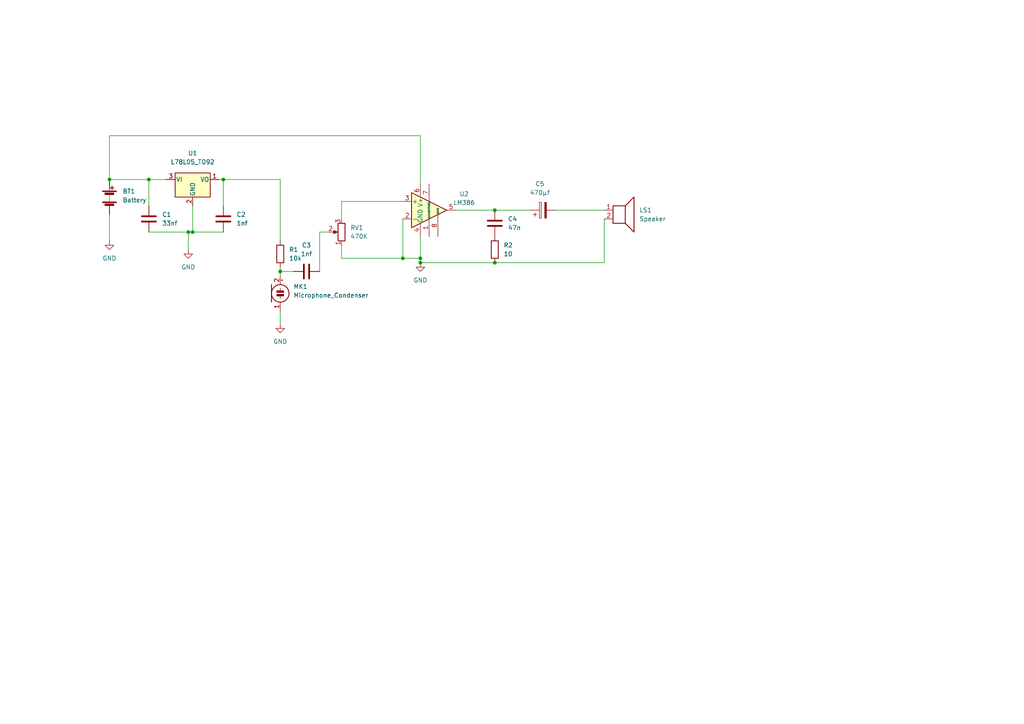
<source format=kicad_sch>
(kicad_sch (version 20211123) (generator eeschema)
  (paper "A4")
  (lib_symbols
    (symbol "Amplifier_Audio:LM386" (pin_names (offset 0.127))
      (property "Reference" "U" (at 1.27 7.62 0))
      (property "Value" "LM386" (at 1.27 5.08 0))
      (symbol "LM386_0_1"
        (polyline (pts (xy 5.08 0) (xy -5.08 5.08) (xy -5.08 -5.08) (xy 5.08 0)) (stroke (width 0.254)) (fill (type background)))
      )
      (symbol "LM386_1_1"
        (pin input line (at 0 -7.62 90) (length 5.08) (name "GAIN") (number "1"))
        (pin input line (at -7.62 -2.54 0) (length 2.54) (name "-") (number "2"))
        (pin input line (at -7.62 2.54 0) (length 2.54) (name "+") (number "3"))
        (pin power_in line (at -2.54 -7.62 90) (length 3.81) (name "GND") (number "4"))
        (pin output line (at 7.62 0 180) (length 2.54) (name "~") (number "5"))
        (pin power_in line (at -2.54 7.62 270) (length 3.81) (name "V+") (number "6"))
        (pin input line (at 0 7.62 270) (length 5.08) (name "BYPASS") (number "7"))
        (pin input line (at 2.54 -7.62 90) (length 6.35) (name "GAIN") (number "8"))
      )
    )
    (symbol "Device:Battery" (pin_numbers hide) (pin_names (offset 0) hide)
      (property "Reference" "BT" (at 2.54 2.54 0))
      (property "Value" "Battery" (at 2.54 0 0))
      (symbol "Battery_0_1"
        (rectangle (start -2.032 -1.397) (end 2.032 -1.651) (fill (type outline)))
        (rectangle (start -2.032 1.778) (end 2.032 1.524) (fill (type outline)))
        (rectangle (start -1.3208 -1.9812) (end 1.27 -2.4892) (fill (type outline)))
        (rectangle (start -1.3208 1.1938) (end 1.27 0.6858) (fill (type outline)))
        (polyline (pts (xy 0 -1.524) (xy 0 -1.27)))
        (polyline (pts (xy 0 -1.016) (xy 0 -0.762)))
        (polyline (pts (xy 0 -0.508) (xy 0 -0.254)))
        (polyline (pts (xy 0 0) (xy 0 0.254)))
        (polyline (pts (xy 0 0.508) (xy 0 0.762)))
        (polyline (pts (xy 0 1.778) (xy 0 2.54)))
        (polyline (pts (xy 0.254 2.667) (xy 1.27 2.667)) (stroke (width 0.254)))
        (polyline (pts (xy 0.762 3.175) (xy 0.762 2.159)) (stroke (width 0.254)))
      )
      (symbol "Battery_1_1"
        (pin passive line (at 0 5.08 270) (length 2.54) (name "+") (number "1"))
        (pin passive line (at 0 -5.08 90) (length 2.54) (name "-") (number "2"))
      )
    )
    (symbol "Device:C" (pin_numbers hide) (pin_names (offset 0.254))
      (property "Reference" "C" (at 0.635 2.54 0))
      (property "Value" "C" (at 0.635 -2.54 0))
      (symbol "C_0_1"
        (polyline (pts (xy -2.032 -0.762) (xy 2.032 -0.762)) (stroke (width 0.508)))
        (polyline (pts (xy -2.032 0.762) (xy 2.032 0.762)) (stroke (width 0.508)))
      )
      (symbol "C_1_1"
        (pin passive line (at 0 3.81 270) (length 2.794) (name "~") (number "1"))
        (pin passive line (at 0 -3.81 90) (length 2.794) (name "~") (number "2"))
      )
    )
    (symbol "Device:C_Polarized" (pin_numbers hide) (pin_names (offset 0.254))
      (property "Reference" "C" (at 0.635 2.54 0))
      (property "Value" "C_Polarized" (at 0.635 -2.54 0))
      (symbol "C_Polarized_0_1"
        (rectangle (start -2.286 0.508) (end 2.286 1.016))
        (polyline (pts (xy -1.778 2.286) (xy -0.762 2.286)))
        (polyline (pts (xy -1.27 2.794) (xy -1.27 1.778)))
        (rectangle (start 2.286 -0.508) (end -2.286 -1.016) (fill (type outline)))
      )
      (symbol "C_Polarized_1_1"
        (pin passive line (at 0 3.81 270) (length 2.794) (name "~") (number "1"))
        (pin passive line (at 0 -3.81 90) (length 2.794) (name "~") (number "2"))
      )
    )
    (symbol "Device:Microphone_Condenser" (pin_names (offset 0.0254) hide)
      (property "Reference" "MK" (at -3.302 1.27 0))
      (property "Value" "Microphone_Condenser" (at -3.302 -0.635 0))
      (symbol "Microphone_Condenser_0_1"
        (polyline (pts (xy -2.54 2.54) (xy -2.54 -2.54)) (stroke (width 0.254)))
        (polyline (pts (xy 0 -0.762) (xy 0 -1.524)))
        (polyline (pts (xy 0 0.762) (xy 0 1.524)))
        (polyline (pts (xy 0.254 3.81) (xy 0.762 3.81)))
        (polyline (pts (xy 0.508 4.064) (xy 0.508 3.556)))
        (circle (center 0 0) (radius 2.54) (stroke (width 0.254)))
        (rectangle (start 1.016 -0.254) (end -1.016 -0.762) (fill (type outline)))
        (rectangle (start 1.016 0.762) (end -1.016 0.254) (fill (type outline)))
      )
      (symbol "Microphone_Condenser_1_1"
        (pin passive line (at 0 -5.08 90) (length 2.54) (name "-") (number "1"))
        (pin passive line (at 0 5.08 270) (length 2.54) (name "+") (number "2"))
      )
    )
    (symbol "Device:R" (pin_numbers hide) (pin_names (offset 0))
      (property "Reference" "R" (at 2.032 0 90))
      (property "Value" "R" (at 0 0 90))
      (symbol "R_0_1"
        (rectangle (start -1.016 -2.54) (end 1.016 2.54) (stroke (width 0.254)))
      )
      (symbol "R_1_1"
        (pin passive line (at 0 3.81 270) (length 1.27) (name "~") (number "1"))
        (pin passive line (at 0 -3.81 90) (length 1.27) (name "~") (number "2"))
      )
    )
    (symbol "Device:R_Potentiometer" (pin_names (offset 1.016) hide)
      (property "Reference" "RV" (at -4.445 0 90))
      (property "Value" "R_Potentiometer" (at -2.54 0 90))
      (symbol "R_Potentiometer_0_1"
        (polyline (pts (xy 2.54 0) (xy 1.524 0)))
        (polyline (pts (xy 1.143 0) (xy 2.286 0.508) (xy 2.286 -0.508) (xy 1.143 0)) (fill (type outline)))
        (rectangle (start 1.016 2.54) (end -1.016 -2.54) (stroke (width 0.254)))
      )
      (symbol "R_Potentiometer_1_1"
        (pin passive line (at 0 3.81 270) (length 1.27) (name "1") (number "1"))
        (pin passive line (at 3.81 0 180) (length 1.27) (name "2") (number "2"))
        (pin passive line (at 0 -3.81 90) (length 1.27) (name "3") (number "3"))
      )
    )
    (symbol "Device:Speaker" (pin_names (offset 0) hide)
      (property "Reference" "LS" (at 1.27 5.715 0))
      (property "Value" "Speaker" (at 1.27 3.81 0))
      (symbol "Speaker_0_0"
        (rectangle (start -2.54 1.27) (end 1.016 -3.81) (stroke (width 0.254)))
        (polyline (pts (xy 1.016 1.27) (xy 3.556 3.81) (xy 3.556 -6.35) (xy 1.016 -3.81)) (stroke (width 0.254)))
      )
      (symbol "Speaker_1_1"
        (pin input line (at -5.08 0 0) (length 2.54) (name "1") (number "1"))
        (pin input line (at -5.08 -2.54 0) (length 2.54) (name "2") (number "2"))
      )
    )
    (symbol "Regulator_Linear:L78L05_TO92" (pin_names (offset 0.254))
      (property "Reference" "U" (at -3.81 3.175 0))
      (property "Value" "L78L05_TO92" (at 0 3.175 0))
      (symbol "L78L05_TO92_0_1"
        (rectangle (start -5.08 -5.08) (end 5.08 1.905) (stroke (width 0.254)) (fill (type background)))
      )
      (symbol "L78L05_TO92_1_1"
        (pin power_out line (at 7.62 0 180) (length 2.54) (name "VO") (number "1"))
        (pin power_in line (at 0 -7.62 90) (length 2.54) (name "GND") (number "2"))
        (pin power_in line (at -7.62 0 0) (length 2.54) (name "VI") (number "3"))
      )
    )
    (symbol "power:GND" (power) (pin_names (offset 0))
      (property "Value" "GND" (at 0 -3.81 0))
      (symbol "GND_0_1"
        (polyline (pts (xy 0 0) (xy 0 -1.27) (xy 1.27 -1.27) (xy 0 -2.54) (xy -1.27 -1.27) (xy 0 -1.27)))
      )
      (symbol "GND_1_1"
        (pin power_in line (at 0 0 270) (length 0) hide (name "GND") (number "1"))
      )
    )
  )
  (junction (at 43.18 52.07))
  (junction (at 55.88 67.31))
  (junction (at 116.84 74.93))
  (junction (at 81.28 78.74))
  (junction (at 121.92 76.2))
  (junction (at 143.51 76.2))
  (junction (at 121.92 74.93))
  (junction (at 64.77 52.07))
  (junction (at 31.75 52.07))
  (junction (at 143.51 60.96))
  (junction (at 54.61 67.31))
  (wire (pts (xy 43.18 59.69) (xy 43.18 52.07)))
  (wire (pts (xy 31.75 39.37) (xy 31.75 52.07)))
  (wire (pts (xy 54.61 72.39) (xy 54.61 67.31)))
  (wire (pts (xy 99.06 74.93) (xy 116.84 74.93)))
  (wire (pts (xy 121.92 39.37) (xy 31.75 39.37)))
  (wire (pts (xy 81.28 78.74) (xy 85.09 78.74)))
  (wire (pts (xy 43.18 67.31) (xy 54.61 67.31)))
  (wire (pts (xy 116.84 63.5) (xy 116.84 74.93)))
  (wire (pts (xy 99.06 71.12) (xy 99.06 74.93)))
  (wire (pts (xy 121.92 39.37) (xy 121.92 53.34)))
  (wire (pts (xy 92.71 67.31) (xy 95.25 67.31)))
  (wire (pts (xy 54.61 67.31) (xy 55.88 67.31)))
  (wire (pts (xy 43.18 52.07) (xy 48.26 52.07)))
  (wire (pts (xy 64.77 52.07) (xy 81.28 52.07)))
  (wire (pts (xy 81.28 90.17) (xy 81.28 93.98)))
  (wire (pts (xy 81.28 77.47) (xy 81.28 78.74)))
  (wire (pts (xy 64.77 59.69) (xy 64.77 52.07)))
  (wire (pts (xy 55.88 67.31) (xy 64.77 67.31)))
  (wire (pts (xy 161.29 60.96) (xy 175.26 60.96)))
  (wire (pts (xy 121.92 76.2) (xy 143.51 76.2)))
  (wire (pts (xy 121.92 74.93) (xy 121.92 76.2)))
  (wire (pts (xy 81.28 78.74) (xy 81.28 80.01)))
  (wire (pts (xy 132.08 60.96) (xy 143.51 60.96)))
  (wire (pts (xy 31.75 52.07) (xy 43.18 52.07)))
  (wire (pts (xy 143.51 60.96) (xy 153.67 60.96)))
  (wire (pts (xy 64.77 52.07) (xy 63.5 52.07)))
  (wire (pts (xy 99.06 63.5) (xy 99.06 58.42)))
  (wire (pts (xy 31.75 62.23) (xy 31.75 69.85)))
  (wire (pts (xy 121.92 68.58) (xy 121.92 74.93)))
  (wire (pts (xy 55.88 59.69) (xy 55.88 67.31)))
  (wire (pts (xy 175.26 63.5) (xy 175.26 76.2)))
  (wire (pts (xy 92.71 78.74) (xy 92.71 67.31)))
  (wire (pts (xy 143.51 76.2) (xy 175.26 76.2)))
  (wire (pts (xy 99.06 58.42) (xy 116.84 58.42)))
  (wire (pts (xy 81.28 52.07) (xy 81.28 69.85)))
  (wire (pts (xy 116.84 74.93) (xy 121.92 74.93)))
  (symbol (lib_id "Device:C") (at 64.77 63.5 0) (unit 1)
    (property "Reference" "C2" (at 68.58 62.2299 0) (effects (justify left)))
    (property "Value" "1nf" (at 68.58 64.7699 0) (effects (justify left)))
    (property "Footprint" "Capacitor_THT:C_Rect_L7.2mm_W3.0mm_P5.00mm_FKS2_FKP2_MKS2_MKP2" (effects hide))
  )
  (symbol (lib_id "Device:R") (at 81.28 73.66 0) (unit 1)
    (property "Reference" "R1" (at 83.82 72.3899 0) (effects (justify left)))
    (property "Value" "10k" (at 83.82 74.9299 0) (effects (justify left)))
    (property "Footprint" "Resistor_THT:R_Axial_DIN0204_L3.6mm_D1.6mm_P7.62mm_Horizontal" (effects hide))
  )
  (symbol (lib_id "power:GND") (at 31.75 69.85 0) (unit 1)
    (property "Reference" "#PWR0102" (effects hide))
    (property "Value" "GND" (at 31.75 74.93 0))
  )
  (symbol (lib_id "Device:Microphone_Condenser") (at 81.28 85.09 0) (unit 1)
    (property "Reference" "MK1" (at 85.09 83.1214 0) (effects (justify left)))
    (property "Value" "Microphone_Condenser" (at 85.09 85.6614 0) (effects (justify left)))
    (property "Footprint" "Connector_PinHeader_2.00mm:PinHeader_1x02_P2.00mm_Vertical" (effects hide))
  )
  (symbol (lib_id "Device:C") (at 43.18 63.5 0) (unit 1)
    (property "Reference" "C1" (at 46.99 62.2299 0) (effects (justify left)))
    (property "Value" "33nf" (at 46.99 64.7699 0) (effects (justify left)))
    (property "Footprint" "Capacitor_THT:C_Rect_L7.2mm_W3.0mm_P5.00mm_FKS2_FKP2_MKS2_MKP2" (effects hide))
  )
  (symbol (lib_id "power:GND") (at 81.28 93.98 0) (unit 1)
    (property "Reference" "#PWR0104" (effects hide))
    (property "Value" "GND" (at 81.28 99.06 0))
  )
  (symbol (lib_id "Amplifier_Audio:LM386") (at 124.46 60.96 0) (unit 1)
    (property "Reference" "U2" (at 134.62 56.261 0))
    (property "Value" "LM386" (at 134.62 58.801 0))
    (property "Footprint" "Package_DIP:DIP-8_W7.62mm_Socket" (effects hide))
    (property "Datasheet" "http://www.ti.com/lit/ds/symlink/lm386.pdf" (effects hide))
  )
  (symbol (lib_id "Device:C") (at 88.9 78.74 90) (unit 1)
    (property "Reference" "C3" (at 88.9 71.12 90))
    (property "Value" "1nf" (at 88.9 73.66 90))
    (property "Footprint" "Capacitor_THT:C_Rect_L7.2mm_W3.0mm_P5.00mm_FKS2_FKP2_MKS2_MKP2" (effects hide))
  )
  (symbol (lib_id "Device:C_Polarized") (at 157.48 60.96 90) (unit 1)
    (property "Reference" "C5" (at 156.591 53.34 90))
    (property "Value" "470µf" (at 156.591 55.88 90))
    (property "Footprint" "Capacitor_THT:C_Rect_L7.2mm_W3.0mm_P5.00mm_FKS2_FKP2_MKS2_MKP2" (effects hide))
  )
  (symbol (lib_id "Device:R") (at 143.51 72.39 0) (unit 1)
    (property "Reference" "R2" (at 146.05 71.1199 0) (effects (justify left)))
    (property "Value" "10" (at 146.05 73.6599 0) (effects (justify left)))
    (property "Footprint" "Resistor_THT:R_Axial_DIN0204_L3.6mm_D1.6mm_P7.62mm_Horizontal" (effects hide))
  )
  (symbol (lib_id "Device:R_Potentiometer") (at 99.06 67.31 180) (unit 1)
    (property "Reference" "RV1" (at 101.6 66.0399 0) (effects (justify right)))
    (property "Value" "470K" (at 101.6 68.5799 0) (effects (justify right)))
    (property "Footprint" "Potentiometer_THT:Potentiometer_Piher_PT-10-V05_Vertical" (effects hide))
  )
  (symbol (lib_id "Regulator_Linear:L78L05_TO92") (at 55.88 52.07 0) (unit 1)
    (property "Reference" "U1" (at 55.88 44.45 0))
    (property "Value" "L78L05_TO92" (at 55.88 46.99 0))
    (property "Footprint" "Package_TO_SOT_THT:TO-92_Inline_Wide" (effects hide))
    (property "Datasheet" "http://www.st.com/content/ccc/resource/technical/document/datasheet/15/55/e5/aa/23/5b/43/fd/CD00000446.pdf/files/CD00000446.pdf/jcr:content/translations/en.CD00000446.pdf" (effects hide))
  )
  (symbol (lib_id "Device:Battery") (at 31.75 57.15 0) (unit 1)
    (property "Reference" "BT1" (at 35.56 55.4989 0) (effects (justify left)))
    (property "Value" "Battery" (at 35.56 58.0389 0) (effects (justify left)))
    (property "Footprint" "Connector_PinHeader_2.00mm:PinHeader_1x02_P2.00mm_Vertical" (effects hide))
  )
  (symbol (lib_id "Device:Speaker") (at 180.34 60.96 0) (unit 1)
    (property "Reference" "LS1" (at 185.42 60.9599 0) (effects (justify left)))
    (property "Value" "Speaker" (at 185.42 63.4999 0) (effects (justify left)))
    (property "Footprint" "Connector_PinHeader_2.00mm:PinHeader_1x02_P2.00mm_Vertical" (effects hide))
  )
  (symbol (lib_id "power:GND") (at 121.92 76.2 0) (unit 1)
    (property "Reference" "#PWR0105" (effects hide))
    (property "Value" "GND" (at 121.92 81.28 0))
  )
  (symbol (lib_id "Device:C") (at 143.51 64.77 180) (unit 1)
    (property "Reference" "C4" (at 147.32 63.4999 0) (effects (justify right)))
    (property "Value" "47n" (at 147.32 66.0399 0) (effects (justify right)))
    (property "Footprint" "Capacitor_THT:C_Rect_L7.2mm_W3.0mm_P5.00mm_FKS2_FKP2_MKS2_MKP2" (effects hide))
  )
  (symbol (lib_id "power:GND") (at 54.61 72.39 0) (unit 1)
    (property "Reference" "#PWR0101" (effects hide))
    (property "Value" "GND" (at 54.61 77.47 0))
  )
)
</source>
